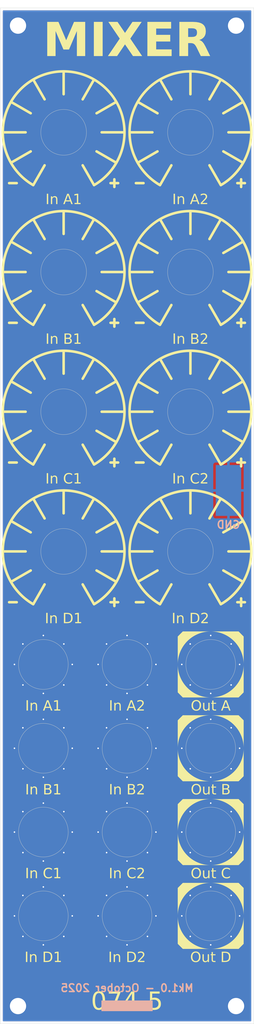
<source format=kicad_pcb>
(kicad_pcb (version 20241229) (generator "pcbnew") (generator_version "9.0")
  (title_block (title "Kosmo Format Front Panel - 5 cm") (company "DMH Instruments"))
  (layers (0 "F.Cu" signal) (2 "B.Cu" signal) (13 "F.Paste" user) (15 "B.Paste" user) (5 "F.SilkS" user "F.Silkscreen") (7 "B.SilkS" user "B.Silkscreen") (1 "F.Mask" user) (3 "B.Mask" user) (25 "Edge.Cuts" user))
  (net 0 "")
  (net 1 "GND")
  (footprint "SynthStuff:Jack_6.35mm_Cutout_v3" (layer "F.Cu") (at 58.5 192.25)
    (property "Reference" "H14")
    (property "Value" "In C1" (at 0 8.25 0) (layer "F.SilkS") (effects (font (size 2 2))))
    (fp_circle (center 0 0) (end 0 -4.9) (stroke (width 0.05)) (fill no) (layer "Edge.Cuts"))
    (pad "1" thru_hole circle (at -5.7 0) (size 0.5 0.5) (drill 0.3) (layers "*.Cu" "*.Mask") (net 1 "GND"))
    (pad "1" thru_hole circle (at -4.04 -4.03) (size 0.5 0.5) (drill 0.3) (layers "*.Cu" "*.Mask") (net 1 "GND"))
    (pad "1" thru_hole circle (at -4.03 4.04) (size 0.5 0.5) (drill 0.3) (layers "*.Cu" "*.Mask") (net 1 "GND"))
    (pad "1" thru_hole circle (at 0 -5.7) (size 0.5 0.5) (drill 0.3) (layers "*.Cu" "*.Mask") (net 1 "GND"))
    (pad "1" connect circle (at 0 0) (size 12 12) (layers "F.Cu" "F.Mask") (net 1 "GND"))
    (pad "1" connect circle (at 0 0) (size 12 12) (layers "B.Cu" "B.Mask") (net 1 "GND"))
    (pad "1" thru_hole circle (at 0 5.7) (size 0.5 0.5) (drill 0.3) (layers "*.Cu" "*.Mask") (net 1 "GND"))
    (pad "1" thru_hole circle (at 4.03 4.04) (size 0.5 0.5) (drill 0.3) (layers "*.Cu" "*.Mask") (net 1 "GND"))
    (pad "1" thru_hole circle (at 4.04 -4.03) (size 0.5 0.5) (drill 0.3) (layers "*.Cu" "*.Mask") (net 1 "GND"))
    (pad "1" thru_hole circle (at 5.7 0) (size 0.5 0.5) (drill 0.3) (layers "*.Cu" "*.Mask") (net 1 "GND"))
  )
  (footprint "SynthStuff:MountingHole_Rails" (layer "F.Cu") (at 53.5 226.5)
    (property "Reference" "H3")
    (property "Value" "MountingHole_Rails" (hide yes))
    (pad "1" thru_hole circle (at 0 0) (size 4 4) (drill 3.2) (layers "*.Cu" "*.Mask") (net 1 "GND"))
  )
  (footprint "SynthStuff:Jack_6.35mm_Cutout_Output_v6" (layer "F.Cu") (at 91.5 192.25)
    (property "Reference" "H23")
    (property "Value" "Out C" (at 0 8.25 0) (layer "F.SilkS") (effects (font (size 2 2))))
    (fp_poly (pts (xy -6.5 5.5) (arc (start -6.5 0) (mid -4.596194 4.596194) (end 0 6.5)) (xy -5.5 6.5)) (fill yes) (layer "F.SilkS"))
    (fp_poly (pts (xy -5.5 -6.5) (arc (start 0 -6.5) (mid -4.596194 -4.596194) (end -6.5 0)) (xy -6.5 -5.5)) (fill yes) (layer "F.SilkS"))
    (fp_poly (pts (xy 5.5 6.5) (arc (start 0 6.5) (mid 4.596194 4.596194) (end 6.5 0)) (xy 6.5 5.5)) (fill yes) (layer "F.SilkS"))
    (fp_poly (pts (xy 6.5 -5.5) (arc (start 6.5 0) (mid 4.596194 -4.596194) (end 0 -6.5)) (xy 5.5 -6.5)) (fill yes) (layer "F.SilkS"))
    (fp_circle (center 0 0) (end 0 -4.9) (stroke (width 0.05)) (fill no) (layer "Edge.Cuts"))
    (pad "1" thru_hole circle (at -5.7 0) (size 0.5 0.5) (drill 0.3) (layers "*.Cu" "*.Mask") (net 1 "GND"))
    (pad "1" thru_hole circle (at -4.04 -4.03) (size 0.5 0.5) (drill 0.3) (layers "*.Cu" "*.Mask") (net 1 "GND"))
    (pad "1" thru_hole circle (at -4.03 4.04) (size 0.5 0.5) (drill 0.3) (layers "*.Cu" "*.Mask") (net 1 "GND"))
    (pad "1" thru_hole circle (at 0 -5.7) (size 0.5 0.5) (drill 0.3) (layers "*.Cu" "*.Mask") (net 1 "GND"))
    (pad "1" connect circle (at 0 0) (size 12 12) (layers "F.Cu" "F.Mask") (net 1 "GND"))
    (pad "1" connect circle (at 0 0) (size 12 12) (layers "B.Cu" "B.Mask") (net 1 "GND"))
    (pad "1" thru_hole circle (at 0 5.7) (size 0.5 0.5) (drill 0.3) (layers "*.Cu" "*.Mask") (net 1 "GND"))
    (pad "1" thru_hole circle (at 4.03 4.04) (size 0.5 0.5) (drill 0.3) (layers "*.Cu" "*.Mask") (net 1 "GND"))
    (pad "1" thru_hole circle (at 4.04 -4.03) (size 0.5 0.5) (drill 0.3) (layers "*.Cu" "*.Mask") (net 1 "GND"))
    (pad "1" thru_hole circle (at 5.7 0) (size 0.5 0.5) (drill 0.3) (layers "*.Cu" "*.Mask") (net 1 "GND"))
  )
  (footprint "SynthStuff:Jack_6.35mm_Cutout_v3" (layer "F.Cu") (at 75 208.75)
    (property "Reference" "H22")
    (property "Value" "In D2" (at 0 8.25 0) (layer "F.SilkS") (effects (font (size 2 2))))
    (fp_circle (center 0 0) (end 0 -4.9) (stroke (width 0.05)) (fill no) (layer "Edge.Cuts"))
    (pad "1" thru_hole circle (at -5.7 0) (size 0.5 0.5) (drill 0.3) (layers "*.Cu" "*.Mask") (net 1 "GND"))
    (pad "1" thru_hole circle (at -4.04 -4.03) (size 0.5 0.5) (drill 0.3) (layers "*.Cu" "*.Mask") (net 1 "GND"))
    (pad "1" thru_hole circle (at -4.03 4.04) (size 0.5 0.5) (drill 0.3) (layers "*.Cu" "*.Mask") (net 1 "GND"))
    (pad "1" thru_hole circle (at 0 -5.7) (size 0.5 0.5) (drill 0.3) (layers "*.Cu" "*.Mask") (net 1 "GND"))
    (pad "1" connect circle (at 0 0) (size 12 12) (layers "F.Cu" "F.Mask") (net 1 "GND"))
    (pad "1" connect circle (at 0 0) (size 12 12) (layers "B.Cu" "B.Mask") (net 1 "GND"))
    (pad "1" thru_hole circle (at 0 5.7) (size 0.5 0.5) (drill 0.3) (layers "*.Cu" "*.Mask") (net 1 "GND"))
    (pad "1" thru_hole circle (at 4.03 4.04) (size 0.5 0.5) (drill 0.3) (layers "*.Cu" "*.Mask") (net 1 "GND"))
    (pad "1" thru_hole circle (at 4.04 -4.03) (size 0.5 0.5) (drill 0.3) (layers "*.Cu" "*.Mask") (net 1 "GND"))
    (pad "1" thru_hole circle (at 5.7 0) (size 0.5 0.5) (drill 0.3) (layers "*.Cu" "*.Mask") (net 1 "GND"))
  )
  (footprint "SynthStuff:Pot_Cutout_Tiny_attv_P110KH1" (layer "F.Cu") (at 62.5 54.5)
    (property "Reference" "H5")
    (property "Value" "In A1" (at 0 13.3 0) (layer "F.SilkS") (effects (font (size 2 2))))
    (fp_line (start -10.75 10) (end -9.25 10) (stroke (width 0.5)) (layer "F.SilkS"))
    (fp_line (start -7.499998 0) (end -12 0) (stroke (width 0.5)) (layer "F.SilkS"))
    (fp_line (start -6.49301 -3.753771) (end -10.394285 -5.996567) (stroke (width 0.5)) (layer "F.SilkS"))
    (fp_line (start -6.49301 3.753772) (end -10.394227 5.996669) (stroke (width 0.5)) (layer "F.SilkS"))
    (fp_line (start -3.753772 -6.49301) (end -5.996669 -10.394227) (stroke (width 0.5)) (layer "F.SilkS"))
    (fp_line (start -3.753771 6.49301) (end -5.996567 10.394285) (stroke (width 0.5)) (layer "F.SilkS"))
    (fp_line (start 0 -7.5) (end 0 -12) (stroke (width 0.5)) (layer "F.SilkS"))
    (fp_line (start 3.753771 -6.49301) (end 5.996567 -10.394285) (stroke (width 0.5)) (layer "F.SilkS"))
    (fp_line (start 3.753772 6.49301) (end 5.996669 10.394227) (stroke (width 0.5)) (layer "F.SilkS"))
    (fp_line (start 6.49301 -3.753772) (end 10.394227 -5.996669) (stroke (width 0.5)) (layer "F.SilkS"))
    (fp_line (start 6.49301 3.753771) (end 10.394285 5.996567) (stroke (width 0.5)) (layer "F.SilkS"))
    (fp_line (start 7.5 0) (end 12 0) (stroke (width 0.5)) (layer "F.SilkS"))
    (fp_line (start 9.25 10) (end 10.75 10) (stroke (width 0.5)) (layer "F.SilkS"))
    (fp_line (start 10 10.75) (end 10 9.25) (stroke (width 0.5)) (layer "F.SilkS"))
    (fp_arc (start -5.996567 10.394285) (mid -11.591622 -3.103914) (end 0 -11.999999) (stroke (width 0.5)) (layer "F.SilkS"))
    (fp_arc (start 0 -11.999996) (mid 11.591604 -3.103969) (end 5.996669 10.394227) (stroke (width 0.5)) (layer "F.SilkS"))
    (fp_circle (center 0 0) (end 4.5 0) (stroke (width 0.05)) (fill no) (layer "Edge.Cuts"))
    (pad "1" connect circle (at 0 0) (size 12 12) (layers "F.Cu" "F.Mask") (net 1 "GND"))
    (pad "1" connect circle (at 0 0) (size 12 12) (layers "B.Cu" "B.Mask") (net 1 "GND"))
  )
  (footprint "SynthStuff:Jack_6.35mm_Cutout_v3" (layer "F.Cu") (at 75 192.25)
    (property "Reference" "H18")
    (property "Value" "In C2" (at 0 8.25 0) (layer "F.SilkS") (effects (font (size 2 2))))
    (fp_circle (center 0 0) (end 0 -4.9) (stroke (width 0.05)) (fill no) (layer "Edge.Cuts"))
    (pad "1" thru_hole circle (at -5.7 0) (size 0.5 0.5) (drill 0.3) (layers "*.Cu" "*.Mask") (net 1 "GND"))
    (pad "1" thru_hole circle (at -4.04 -4.03) (size 0.5 0.5) (drill 0.3) (layers "*.Cu" "*.Mask") (net 1 "GND"))
    (pad "1" thru_hole circle (at -4.03 4.04) (size 0.5 0.5) (drill 0.3) (layers "*.Cu" "*.Mask") (net 1 "GND"))
    (pad "1" thru_hole circle (at 0 -5.7) (size 0.5 0.5) (drill 0.3) (layers "*.Cu" "*.Mask") (net 1 "GND"))
    (pad "1" connect circle (at 0 0) (size 12 12) (layers "F.Cu" "F.Mask") (net 1 "GND"))
    (pad "1" connect circle (at 0 0) (size 12 12) (layers "B.Cu" "B.Mask") (net 1 "GND"))
    (pad "1" thru_hole circle (at 0 5.7) (size 0.5 0.5) (drill 0.3) (layers "*.Cu" "*.Mask") (net 1 "GND"))
    (pad "1" thru_hole circle (at 4.03 4.04) (size 0.5 0.5) (drill 0.3) (layers "*.Cu" "*.Mask") (net 1 "GND"))
    (pad "1" thru_hole circle (at 4.04 -4.03) (size 0.5 0.5) (drill 0.3) (layers "*.Cu" "*.Mask") (net 1 "GND"))
    (pad "1" thru_hole circle (at 5.7 0) (size 0.5 0.5) (drill 0.3) (layers "*.Cu" "*.Mask") (net 1 "GND"))
  )
  (footprint "SynthStuff:Jack_6.35mm_Cutout_v3" (layer "F.Cu") (at 75 159.25)
    (property "Reference" "H9")
    (property "Value" "In A2" (at 0 8.25 0) (layer "F.SilkS") (effects (font (size 2 2))))
    (fp_circle (center 0 0) (end 0 -4.9) (stroke (width 0.05)) (fill no) (layer "Edge.Cuts"))
    (pad "1" thru_hole circle (at -5.7 0) (size 0.5 0.5) (drill 0.3) (layers "*.Cu" "*.Mask") (net 1 "GND"))
    (pad "1" thru_hole circle (at -4.04 -4.03) (size 0.5 0.5) (drill 0.3) (layers "*.Cu" "*.Mask") (net 1 "GND"))
    (pad "1" thru_hole circle (at -4.03 4.04) (size 0.5 0.5) (drill 0.3) (layers "*.Cu" "*.Mask") (net 1 "GND"))
    (pad "1" thru_hole circle (at 0 -5.7) (size 0.5 0.5) (drill 0.3) (layers "*.Cu" "*.Mask") (net 1 "GND"))
    (pad "1" connect circle (at 0 0) (size 12 12) (layers "F.Cu" "F.Mask") (net 1 "GND"))
    (pad "1" connect circle (at 0 0) (size 12 12) (layers "B.Cu" "B.Mask") (net 1 "GND"))
    (pad "1" thru_hole circle (at 0 5.7) (size 0.5 0.5) (drill 0.3) (layers "*.Cu" "*.Mask") (net 1 "GND"))
    (pad "1" thru_hole circle (at 4.03 4.04) (size 0.5 0.5) (drill 0.3) (layers "*.Cu" "*.Mask") (net 1 "GND"))
    (pad "1" thru_hole circle (at 4.04 -4.03) (size 0.5 0.5) (drill 0.3) (layers "*.Cu" "*.Mask") (net 1 "GND"))
    (pad "1" thru_hole circle (at 5.7 0) (size 0.5 0.5) (drill 0.3) (layers "*.Cu" "*.Mask") (net 1 "GND"))
  )
  (footprint "SynthStuff:Pot_Cutout_Tiny_attv_P110KH1" (layer "F.Cu") (at 62.5 137)
    (property "Reference" "H19")
    (property "Value" "In D1" (at 0 13.3 0) (layer "F.SilkS") (effects (font (size 2 2))))
    (fp_line (start -10.75 10) (end -9.25 10) (stroke (width 0.5)) (layer "F.SilkS"))
    (fp_line (start -7.499998 0) (end -12 0) (stroke (width 0.5)) (layer "F.SilkS"))
    (fp_line (start -6.49301 -3.753771) (end -10.394285 -5.996567) (stroke (width 0.5)) (layer "F.SilkS"))
    (fp_line (start -6.49301 3.753772) (end -10.394227 5.996669) (stroke (width 0.5)) (layer "F.SilkS"))
    (fp_line (start -3.753772 -6.49301) (end -5.996669 -10.394227) (stroke (width 0.5)) (layer "F.SilkS"))
    (fp_line (start -3.753771 6.49301) (end -5.996567 10.394285) (stroke (width 0.5)) (layer "F.SilkS"))
    (fp_line (start 0 -7.5) (end 0 -12) (stroke (width 0.5)) (layer "F.SilkS"))
    (fp_line (start 3.753771 -6.49301) (end 5.996567 -10.394285) (stroke (width 0.5)) (layer "F.SilkS"))
    (fp_line (start 3.753772 6.49301) (end 5.996669 10.394227) (stroke (width 0.5)) (layer "F.SilkS"))
    (fp_line (start 6.49301 -3.753772) (end 10.394227 -5.996669) (stroke (width 0.5)) (layer "F.SilkS"))
    (fp_line (start 6.49301 3.753771) (end 10.394285 5.996567) (stroke (width 0.5)) (layer "F.SilkS"))
    (fp_line (start 7.5 0) (end 12 0) (stroke (width 0.5)) (layer "F.SilkS"))
    (fp_line (start 9.25 10) (end 10.75 10) (stroke (width 0.5)) (layer "F.SilkS"))
    (fp_line (start 10 10.75) (end 10 9.25) (stroke (width 0.5)) (layer "F.SilkS"))
    (fp_arc (start -5.996567 10.394285) (mid -11.591622 -3.103914) (end 0 -11.999999) (stroke (width 0.5)) (layer "F.SilkS"))
    (fp_arc (start 0 -11.999996) (mid 11.591604 -3.103969) (end 5.996669 10.394227) (stroke (width 0.5)) (layer "F.SilkS"))
    (fp_circle (center 0 0) (end 4.5 0) (stroke (width 0.05)) (fill no) (layer "Edge.Cuts"))
    (pad "1" connect circle (at 0 0) (size 12 12) (layers "F.Cu" "F.Mask") (net 1 "GND"))
    (pad "1" connect circle (at 0 0) (size 12 12) (layers "B.Cu" "B.Mask") (net 1 "GND"))
  )
  (footprint "SynthStuff:Jack_6.35mm_Cutout_Output_v6" (layer "F.Cu") (at 91.5 159.25)
    (property "Reference" "H11")
    (property "Value" "Out A" (at 0 8.25 0) (layer "F.SilkS") (effects (font (size 2 2))))
    (fp_poly (pts (xy -6.5 5.5) (arc (start -6.5 0) (mid -4.596194 4.596194) (end 0 6.5)) (xy -5.5 6.5)) (fill yes) (layer "F.SilkS"))
    (fp_poly (pts (xy -5.5 -6.5) (arc (start 0 -6.5) (mid -4.596194 -4.596194) (end -6.5 0)) (xy -6.5 -5.5)) (fill yes) (layer "F.SilkS"))
    (fp_poly (pts (xy 5.5 6.5) (arc (start 0 6.5) (mid 4.596194 4.596194) (end 6.5 0)) (xy 6.5 5.5)) (fill yes) (layer "F.SilkS"))
    (fp_poly (pts (xy 6.5 -5.5) (arc (start 6.5 0) (mid 4.596194 -4.596194) (end 0 -6.5)) (xy 5.5 -6.5)) (fill yes) (layer "F.SilkS"))
    (fp_circle (center 0 0) (end 0 -4.9) (stroke (width 0.05)) (fill no) (layer "Edge.Cuts"))
    (pad "1" thru_hole circle (at -5.7 0) (size 0.5 0.5) (drill 0.3) (layers "*.Cu" "*.Mask") (net 1 "GND"))
    (pad "1" thru_hole circle (at -4.04 -4.03) (size 0.5 0.5) (drill 0.3) (layers "*.Cu" "*.Mask") (net 1 "GND"))
    (pad "1" thru_hole circle (at -4.03 4.04) (size 0.5 0.5) (drill 0.3) (layers "*.Cu" "*.Mask") (net 1 "GND"))
    (pad "1" thru_hole circle (at 0 -5.7) (size 0.5 0.5) (drill 0.3) (layers "*.Cu" "*.Mask") (net 1 "GND"))
    (pad "1" connect circle (at 0 0) (size 12 12) (layers "F.Cu" "F.Mask") (net 1 "GND"))
    (pad "1" connect circle (at 0 0) (size 12 12) (layers "B.Cu" "B.Mask") (net 1 "GND"))
    (pad "1" thru_hole circle (at 0 5.7) (size 0.5 0.5) (drill 0.3) (layers "*.Cu" "*.Mask") (net 1 "GND"))
    (pad "1" thru_hole circle (at 4.03 4.04) (size 0.5 0.5) (drill 0.3) (layers "*.Cu" "*.Mask") (net 1 "GND"))
    (pad "1" thru_hole circle (at 4.04 -4.03) (size 0.5 0.5) (drill 0.3) (layers "*.Cu" "*.Mask") (net 1 "GND"))
    (pad "1" thru_hole circle (at 5.7 0) (size 0.5 0.5) (drill 0.3) (layers "*.Cu" "*.Mask") (net 1 "GND"))
  )
  (footprint "SynthStuff:Jack_6.35mm_Cutout_v3" (layer "F.Cu") (at 75 175.75)
    (property "Reference" "H17")
    (property "Value" "In B2" (at 0 8.25 0) (layer "F.SilkS") (effects (font (size 2 2))))
    (fp_circle (center 0 0) (end 0 -4.9) (stroke (width 0.05)) (fill no) (layer "Edge.Cuts"))
    (pad "1" thru_hole circle (at -5.7 0) (size 0.5 0.5) (drill 0.3) (layers "*.Cu" "*.Mask") (net 1 "GND"))
    (pad "1" thru_hole circle (at -4.04 -4.03) (size 0.5 0.5) (drill 0.3) (layers "*.Cu" "*.Mask") (net 1 "GND"))
    (pad "1" thru_hole circle (at -4.03 4.04) (size 0.5 0.5) (drill 0.3) (layers "*.Cu" "*.Mask") (net 1 "GND"))
    (pad "1" thru_hole circle (at 0 -5.7) (size 0.5 0.5) (drill 0.3) (layers "*.Cu" "*.Mask") (net 1 "GND"))
    (pad "1" connect circle (at 0 0) (size 12 12) (layers "F.Cu" "F.Mask") (net 1 "GND"))
    (pad "1" connect circle (at 0 0) (size 12 12) (layers "B.Cu" "B.Mask") (net 1 "GND"))
    (pad "1" thru_hole circle (at 0 5.7) (size 0.5 0.5) (drill 0.3) (layers "*.Cu" "*.Mask") (net 1 "GND"))
    (pad "1" thru_hole circle (at 4.03 4.04) (size 0.5 0.5) (drill 0.3) (layers "*.Cu" "*.Mask") (net 1 "GND"))
    (pad "1" thru_hole circle (at 4.04 -4.03) (size 0.5 0.5) (drill 0.3) (layers "*.Cu" "*.Mask") (net 1 "GND"))
    (pad "1" thru_hole circle (at 5.7 0) (size 0.5 0.5) (drill 0.3) (layers "*.Cu" "*.Mask") (net 1 "GND"))
  )
  (footprint "SynthStuff:Jack_6.35mm_Cutout_v3" (layer "F.Cu") (at 58.5 208.75)
    (property "Reference" "H21")
    (property "Value" "In D1" (at 0 8.25 0) (layer "F.SilkS") (effects (font (size 2 2))))
    (fp_circle (center 0 0) (end 0 -4.9) (stroke (width 0.05)) (fill no) (layer "Edge.Cuts"))
    (pad "1" thru_hole circle (at -5.7 0) (size 0.5 0.5) (drill 0.3) (layers "*.Cu" "*.Mask") (net 1 "GND"))
    (pad "1" thru_hole circle (at -4.04 -4.03) (size 0.5 0.5) (drill 0.3) (layers "*.Cu" "*.Mask") (net 1 "GND"))
    (pad "1" thru_hole circle (at -4.03 4.04) (size 0.5 0.5) (drill 0.3) (layers "*.Cu" "*.Mask") (net 1 "GND"))
    (pad "1" thru_hole circle (at 0 -5.7) (size 0.5 0.5) (drill 0.3) (layers "*.Cu" "*.Mask") (net 1 "GND"))
    (pad "1" connect circle (at 0 0) (size 12 12) (layers "F.Cu" "F.Mask") (net 1 "GND"))
    (pad "1" connect circle (at 0 0) (size 12 12) (layers "B.Cu" "B.Mask") (net 1 "GND"))
    (pad "1" thru_hole circle (at 0 5.7) (size 0.5 0.5) (drill 0.3) (layers "*.Cu" "*.Mask") (net 1 "GND"))
    (pad "1" thru_hole circle (at 4.03 4.04) (size 0.5 0.5) (drill 0.3) (layers "*.Cu" "*.Mask") (net 1 "GND"))
    (pad "1" thru_hole circle (at 4.04 -4.03) (size 0.5 0.5) (drill 0.3) (layers "*.Cu" "*.Mask") (net 1 "GND"))
    (pad "1" thru_hole circle (at 5.7 0) (size 0.5 0.5) (drill 0.3) (layers "*.Cu" "*.Mask") (net 1 "GND"))
  )
  (footprint "SynthStuff:Jack_6.35mm_Cutout_Output_v6" (layer "F.Cu") (at 91.5 208.75)
    (property "Reference" "H24")
    (property "Value" "Out D" (at 0 8.25 0) (layer "F.SilkS") (effects (font (size 2 2))))
    (fp_poly (pts (xy -6.5 5.5) (arc (start -6.5 0) (mid -4.596194 4.596194) (end 0 6.5)) (xy -5.5 6.5)) (fill yes) (layer "F.SilkS"))
    (fp_poly (pts (xy -5.5 -6.5) (arc (start 0 -6.5) (mid -4.596194 -4.596194) (end -6.5 0)) (xy -6.5 -5.5)) (fill yes) (layer "F.SilkS"))
    (fp_poly (pts (xy 5.5 6.5) (arc (start 0 6.5) (mid 4.596194 4.596194) (end 6.5 0)) (xy 6.5 5.5)) (fill yes) (layer "F.SilkS"))
    (fp_poly (pts (xy 6.5 -5.5) (arc (start 6.5 0) (mid 4.596194 -4.596194) (end 0 -6.5)) (xy 5.5 -6.5)) (fill yes) (layer "F.SilkS"))
    (fp_circle (center 0 0) (end 0 -4.9) (stroke (width 0.05)) (fill no) (layer "Edge.Cuts"))
    (pad "1" thru_hole circle (at -5.7 0) (size 0.5 0.5) (drill 0.3) (layers "*.Cu" "*.Mask") (net 1 "GND"))
    (pad "1" thru_hole circle (at -4.04 -4.03) (size 0.5 0.5) (drill 0.3) (layers "*.Cu" "*.Mask") (net 1 "GND"))
    (pad "1" thru_hole circle (at -4.03 4.04) (size 0.5 0.5) (drill 0.3) (layers "*.Cu" "*.Mask") (net 1 "GND"))
    (pad "1" thru_hole circle (at 0 -5.7) (size 0.5 0.5) (drill 0.3) (layers "*.Cu" "*.Mask") (net 1 "GND"))
    (pad "1" connect circle (at 0 0) (size 12 12) (layers "F.Cu" "F.Mask") (net 1 "GND"))
    (pad "1" connect circle (at 0 0) (size 12 12) (layers "B.Cu" "B.Mask") (net 1 "GND"))
    (pad "1" thru_hole circle (at 0 5.7) (size 0.5 0.5) (drill 0.3) (layers "*.Cu" "*.Mask") (net 1 "GND"))
    (pad "1" thru_hole circle (at 4.03 4.04) (size 0.5 0.5) (drill 0.3) (layers "*.Cu" "*.Mask") (net 1 "GND"))
    (pad "1" thru_hole circle (at 4.04 -4.03) (size 0.5 0.5) (drill 0.3) (layers "*.Cu" "*.Mask") (net 1 "GND"))
    (pad "1" thru_hole circle (at 5.7 0) (size 0.5 0.5) (drill 0.3) (layers "*.Cu" "*.Mask") (net 1 "GND"))
  )
  (footprint "SynthStuff:Jack_6.35mm_Cutout_v3" (layer "F.Cu") (at 58.5 175.75)
    (property "Reference" "H15")
    (property "Value" "In B1" (at 0 8.25 0) (layer "F.SilkS") (effects (font (size 2 2))))
    (fp_circle (center 0 0) (end 0 -4.9) (stroke (width 0.05)) (fill no) (layer "Edge.Cuts"))
    (pad "1" thru_hole circle (at -5.7 0) (size 0.5 0.5) (drill 0.3) (layers "*.Cu" "*.Mask") (net 1 "GND"))
    (pad "1" thru_hole circle (at -4.04 -4.03) (size 0.5 0.5) (drill 0.3) (layers "*.Cu" "*.Mask") (net 1 "GND"))
    (pad "1" thru_hole circle (at -4.03 4.04) (size 0.5 0.5) (drill 0.3) (layers "*.Cu" "*.Mask") (net 1 "GND"))
    (pad "1" thru_hole circle (at 0 -5.7) (size 0.5 0.5) (drill 0.3) (layers "*.Cu" "*.Mask") (net 1 "GND"))
    (pad "1" connect circle (at 0 0) (size 12 12) (layers "F.Cu" "F.Mask") (net 1 "GND"))
    (pad "1" connect circle (at 0 0) (size 12 12) (layers "B.Cu" "B.Mask") (net 1 "GND"))
    (pad "1" thru_hole circle (at 0 5.7) (size 0.5 0.5) (drill 0.3) (layers "*.Cu" "*.Mask") (net 1 "GND"))
    (pad "1" thru_hole circle (at 4.03 4.04) (size 0.5 0.5) (drill 0.3) (layers "*.Cu" "*.Mask") (net 1 "GND"))
    (pad "1" thru_hole circle (at 4.04 -4.03) (size 0.5 0.5) (drill 0.3) (layers "*.Cu" "*.Mask") (net 1 "GND"))
    (pad "1" thru_hole circle (at 5.7 0) (size 0.5 0.5) (drill 0.3) (layers "*.Cu" "*.Mask") (net 1 "GND"))
  )
  (footprint "SynthStuff:Pot_Cutout_Tiny_attv_P110KH1" (layer "F.Cu") (at 62.5 82)
    (property "Reference" "H12")
    (property "Value" "In B1" (at 0 13.3 0) (layer "F.SilkS") (effects (font (size 2 2))))
    (fp_line (start -10.75 10) (end -9.25 10) (stroke (width 0.5)) (layer "F.SilkS"))
    (fp_line (start -7.499998 0) (end -12 0) (stroke (width 0.5)) (layer "F.SilkS"))
    (fp_line (start -6.49301 -3.753771) (end -10.394285 -5.996567) (stroke (width 0.5)) (layer "F.SilkS"))
    (fp_line (start -6.49301 3.753772) (end -10.394227 5.996669) (stroke (width 0.5)) (layer "F.SilkS"))
    (fp_line (start -3.753772 -6.49301) (end -5.996669 -10.394227) (stroke (width 0.5)) (layer "F.SilkS"))
    (fp_line (start -3.753771 6.49301) (end -5.996567 10.394285) (stroke (width 0.5)) (layer "F.SilkS"))
    (fp_line (start 0 -7.5) (end 0 -12) (stroke (width 0.5)) (layer "F.SilkS"))
    (fp_line (start 3.753771 -6.49301) (end 5.996567 -10.394285) (stroke (width 0.5)) (layer "F.SilkS"))
    (fp_line (start 3.753772 6.49301) (end 5.996669 10.394227) (stroke (width 0.5)) (layer "F.SilkS"))
    (fp_line (start 6.49301 -3.753772) (end 10.394227 -5.996669) (stroke (width 0.5)) (layer "F.SilkS"))
    (fp_line (start 6.49301 3.753771) (end 10.394285 5.996567) (stroke (width 0.5)) (layer "F.SilkS"))
    (fp_line (start 7.5 0) (end 12 0) (stroke (width 0.5)) (layer "F.SilkS"))
    (fp_line (start 9.25 10) (end 10.75 10) (stroke (width 0.5)) (layer "F.SilkS"))
    (fp_line (start 10 10.75) (end 10 9.25) (stroke (width 0.5)) (layer "F.SilkS"))
    (fp_arc (start -5.996567 10.394285) (mid -11.591622 -3.103914) (end 0 -11.999999) (stroke (width 0.5)) (layer "F.SilkS"))
    (fp_arc (start 0 -11.999996) (mid 11.591604 -3.103969) (end 5.996669 10.394227) (stroke (width 0.5)) (layer "F.SilkS"))
    (fp_circle (center 0 0) (end 4.5 0) (stroke (width 0.05)) (fill no) (layer "Edge.Cuts"))
    (pad "1" connect circle (at 0 0) (size 12 12) (layers "F.Cu" "F.Mask") (net 1 "GND"))
    (pad "1" connect circle (at 0 0) (size 12 12) (layers "B.Cu" "B.Mask") (net 1 "GND"))
  )
  (footprint "SynthStuff:Pot_Cutout_Tiny_attv_P110KH1" (layer "F.Cu") (at 62.5 109.5)
    (property "Reference" "H7")
    (property "Value" "In C1" (at 0 13.3 0) (layer "F.SilkS") (effects (font (size 2 2))))
    (fp_line (start -10.75 10) (end -9.25 10) (stroke (width 0.5)) (layer "F.SilkS"))
    (fp_line (start -7.499998 0) (end -12 0) (stroke (width 0.5)) (layer "F.SilkS"))
    (fp_line (start -6.49301 -3.753771) (end -10.394285 -5.996567) (stroke (width 0.5)) (layer "F.SilkS"))
    (fp_line (start -6.49301 3.753772) (end -10.394227 5.996669) (stroke (width 0.5)) (layer "F.SilkS"))
    (fp_line (start -3.753772 -6.49301) (end -5.996669 -10.394227) (stroke (width 0.5)) (layer "F.SilkS"))
    (fp_line (start -3.753771 6.49301) (end -5.996567 10.394285) (stroke (width 0.5)) (layer "F.SilkS"))
    (fp_line (start 0 -7.5) (end 0 -12) (stroke (width 0.5)) (layer "F.SilkS"))
    (fp_line (start 3.753771 -6.49301) (end 5.996567 -10.394285) (stroke (width 0.5)) (layer "F.SilkS"))
    (fp_line (start 3.753772 6.49301) (end 5.996669 10.394227) (stroke (width 0.5)) (layer "F.SilkS"))
    (fp_line (start 6.49301 -3.753772) (end 10.394227 -5.996669) (stroke (width 0.5)) (layer "F.SilkS"))
    (fp_line (start 6.49301 3.753771) (end 10.394285 5.996567) (stroke (width 0.5)) (layer "F.SilkS"))
    (fp_line (start 7.5 0) (end 12 0) (stroke (width 0.5)) (layer "F.SilkS"))
    (fp_line (start 9.25 10) (end 10.75 10) (stroke (width 0.5)) (layer "F.SilkS"))
    (fp_line (start 10 10.75) (end 10 9.25) (stroke (width 0.5)) (layer "F.SilkS"))
    (fp_arc (start -5.996567 10.394285) (mid -11.591622 -3.103914) (end 0 -11.999999) (stroke (width 0.5)) (layer "F.SilkS"))
    (fp_arc (start 0 -11.999996) (mid 11.591604 -3.103969) (end 5.996669 10.394227) (stroke (width 0.5)) (layer "F.SilkS"))
    (fp_circle (center 0 0) (end 4.5 0) (stroke (width 0.05)) (fill no) (layer "Edge.Cuts"))
    (pad "1" connect circle (at 0 0) (size 12 12) (layers "F.Cu" "F.Mask") (net 1 "GND"))
    (pad "1" connect circle (at 0 0) (size 12 12) (layers "B.Cu" "B.Mask") (net 1 "GND"))
  )
  (footprint "SynthStuff:MountingHole_Rails" (layer "F.Cu") (at 96.5 33.5)
    (property "Reference" "H2")
    (property "Value" "MountingHole_Rails" (hide yes))
    (pad "1" thru_hole circle (at 0 0) (size 4 4) (drill 3.2) (layers "*.Cu" "*.Mask") (net 1 "GND"))
  )
  (footprint "SynthStuff:MountingHole_Rails" (layer "F.Cu") (at 96.5 226.5)
    (property "Reference" "H4")
    (property "Value" "MountingHole_Rails" (hide yes))
    (pad "1" thru_hole circle (at 0 0) (size 4 4) (drill 3.2) (layers "*.Cu" "*.Mask") (net 1 "GND"))
  )
  (footprint "SynthStuff:Jack_6.35mm_Cutout_v3" (layer "F.Cu") (at 58.5 159.25)
    (property "Reference" "H8")
    (property "Value" "In A1" (at 0 8.25 0) (layer "F.SilkS") (effects (font (size 2 2))))
    (fp_circle (center 0 0) (end 0 -4.9) (stroke (width 0.05)) (fill no) (layer "Edge.Cuts"))
    (pad "1" thru_hole circle (at -5.7 0) (size 0.5 0.5) (drill 0.3) (layers "*.Cu" "*.Mask") (net 1 "GND"))
    (pad "1" thru_hole circle (at -4.04 -4.03) (size 0.5 0.5) (drill 0.3) (layers "*.Cu" "*.Mask") (net 1 "GND"))
    (pad "1" thru_hole circle (at -4.03 4.04) (size 0.5 0.5) (drill 0.3) (layers "*.Cu" "*.Mask") (net 1 "GND"))
    (pad "1" thru_hole circle (at 0 -5.7) (size 0.5 0.5) (drill 0.3) (layers "*.Cu" "*.Mask") (net 1 "GND"))
    (pad "1" connect circle (at 0 0) (size 12 12) (layers "F.Cu" "F.Mask") (net 1 "GND"))
    (pad "1" connect circle (at 0 0) (size 12 12) (layers "B.Cu" "B.Mask") (net 1 "GND"))
    (pad "1" thru_hole circle (at 0 5.7) (size 0.5 0.5) (drill 0.3) (layers "*.Cu" "*.Mask") (net 1 "GND"))
    (pad "1" thru_hole circle (at 4.03 4.04) (size 0.5 0.5) (drill 0.3) (layers "*.Cu" "*.Mask") (net 1 "GND"))
    (pad "1" thru_hole circle (at 4.04 -4.03) (size 0.5 0.5) (drill 0.3) (layers "*.Cu" "*.Mask") (net 1 "GND"))
    (pad "1" thru_hole circle (at 5.7 0) (size 0.5 0.5) (drill 0.3) (layers "*.Cu" "*.Mask") (net 1 "GND"))
  )
  (footprint "SynthStuff:Pot_Cutout_Tiny_attv_P110KH1" (layer "F.Cu") (at 87.5 137)
    (property "Reference" "H20")
    (property "Value" "In D2" (at 0 13.3 0) (layer "F.SilkS") (effects (font (size 2 2))))
    (fp_line (start -10.75 10) (end -9.25 10) (stroke (width 0.5)) (layer "F.SilkS"))
    (fp_line (start -7.499998 0) (end -12 0) (stroke (width 0.5)) (layer "F.SilkS"))
    (fp_line (start -6.49301 -3.753771) (end -10.394285 -5.996567) (stroke (width 0.5)) (layer "F.SilkS"))
    (fp_line (start -6.49301 3.753772) (end -10.394227 5.996669) (stroke (width 0.5)) (layer "F.SilkS"))
    (fp_line (start -3.753772 -6.49301) (end -5.996669 -10.394227) (stroke (width 0.5)) (layer "F.SilkS"))
    (fp_line (start -3.753771 6.49301) (end -5.996567 10.394285) (stroke (width 0.5)) (layer "F.SilkS"))
    (fp_line (start 0 -7.5) (end 0 -12) (stroke (width 0.5)) (layer "F.SilkS"))
    (fp_line (start 3.753771 -6.49301) (end 5.996567 -10.394285) (stroke (width 0.5)) (layer "F.SilkS"))
    (fp_line (start 3.753772 6.49301) (end 5.996669 10.394227) (stroke (width 0.5)) (layer "F.SilkS"))
    (fp_line (start 6.49301 -3.753772) (end 10.394227 -5.996669) (stroke (width 0.5)) (layer "F.SilkS"))
    (fp_line (start 6.49301 3.753771) (end 10.394285 5.996567) (stroke (width 0.5)) (layer "F.SilkS"))
    (fp_line (start 7.5 0) (end 12 0) (stroke (width 0.5)) (layer "F.SilkS"))
    (fp_line (start 9.25 10) (end 10.75 10) (stroke (width 0.5)) (layer "F.SilkS"))
    (fp_line (start 10 10.75) (end 10 9.25) (stroke (width 0.5)) (layer "F.SilkS"))
    (fp_arc (start -5.996567 10.394285) (mid -11.591622 -3.103914) (end 0 -11.999999) (stroke (width 0.5)) (layer "F.SilkS"))
    (fp_arc (start 0 -11.999996) (mid 11.591604 -3.103969) (end 5.996669 10.394227) (stroke (width 0.5)) (layer "F.SilkS"))
    (fp_circle (center 0 0) (end 4.5 0) (stroke (width 0.05)) (fill no) (layer "Edge.Cuts"))
    (pad "1" connect circle (at 0 0) (size 12 12) (layers "F.Cu" "F.Mask") (net 1 "GND"))
    (pad "1" connect circle (at 0 0) (size 12 12) (layers "B.Cu" "B.Mask") (net 1 "GND"))
  )
  (footprint "SynthStuff:Pot_Cutout_Tiny_attv_P110KH1" (layer "F.Cu") (at 87.5 54.5)
    (property "Reference" "H6")
    (property "Value" "In A2" (at 0 13.3 0) (layer "F.SilkS") (effects (font (size 2 2))))
    (fp_line (start -10.75 10) (end -9.25 10) (stroke (width 0.5)) (layer "F.SilkS"))
    (fp_line (start -7.499998 0) (end -12 0) (stroke (width 0.5)) (layer "F.SilkS"))
    (fp_line (start -6.49301 -3.753771) (end -10.394285 -5.996567) (stroke (width 0.5)) (layer "F.SilkS"))
    (fp_line (start -6.49301 3.753772) (end -10.394227 5.996669) (stroke (width 0.5)) (layer "F.SilkS"))
    (fp_line (start -3.753772 -6.49301) (end -5.996669 -10.394227) (stroke (width 0.5)) (layer "F.SilkS"))
    (fp_line (start -3.753771 6.49301) (end -5.996567 10.394285) (stroke (width 0.5)) (layer "F.SilkS"))
    (fp_line (start 0 -7.5) (end 0 -12) (stroke (width 0.5)) (layer "F.SilkS"))
    (fp_line (start 3.753771 -6.49301) (end 5.996567 -10.394285) (stroke (width 0.5)) (layer "F.SilkS"))
    (fp_line (start 3.753772 6.49301) (end 5.996669 10.394227) (stroke (width 0.5)) (layer "F.SilkS"))
    (fp_line (start 6.49301 -3.753772) (end 10.394227 -5.996669) (stroke (width 0.5)) (layer "F.SilkS"))
    (fp_line (start 6.49301 3.753771) (end 10.394285 5.996567) (stroke (width 0.5)) (layer "F.SilkS"))
    (fp_line (start 7.5 0) (end 12 0) (stroke (width 0.5)) (layer "F.SilkS"))
    (fp_line (start 9.25 10) (end 10.75 10) (stroke (width 0.5)) (layer "F.SilkS"))
    (fp_line (start 10 10.75) (end 10 9.25) (stroke (width 0.5)) (layer "F.SilkS"))
    (fp_arc (start -5.996567 10.394285) (mid -11.591622 -3.103914) (end 0 -11.999999) (stroke (width 0.5)) (layer "F.SilkS"))
    (fp_arc (start 0 -11.999996) (mid 11.591604 -3.103969) (end 5.996669 10.394227) (stroke (width 0.5)) (layer "F.SilkS"))
    (fp_circle (center 0 0) (end 4.5 0) (stroke (width 0.05)) (fill no) (layer "Edge.Cuts"))
    (pad "1" connect circle (at 0 0) (size 12 12) (layers "F.Cu" "F.Mask") (net 1 "GND"))
    (pad "1" connect circle (at 0 0) (size 12 12) (layers "B.Cu" "B.Mask") (net 1 "GND"))
  )
  (footprint "SynthStuff:Pot_Cutout_Tiny_attv_P110KH1" (layer "F.Cu") (at 87.5 82)
    (property "Reference" "H13")
    (property "Value" "In B2" (at 0 13.3 0) (layer "F.SilkS") (effects (font (size 2 2))))
    (fp_line (start -10.75 10) (end -9.25 10) (stroke (width 0.5)) (layer "F.SilkS"))
    (fp_line (start -7.499998 0) (end -12 0) (stroke (width 0.5)) (layer "F.SilkS"))
    (fp_line (start -6.49301 -3.753771) (end -10.394285 -5.996567) (stroke (width 0.5)) (layer "F.SilkS"))
    (fp_line (start -6.49301 3.753772) (end -10.394227 5.996669) (stroke (width 0.5)) (layer "F.SilkS"))
    (fp_line (start -3.753772 -6.49301) (end -5.996669 -10.394227) (stroke (width 0.5)) (layer "F.SilkS"))
    (fp_line (start -3.753771 6.49301) (end -5.996567 10.394285) (stroke (width 0.5)) (layer "F.SilkS"))
    (fp_line (start 0 -7.5) (end 0 -12) (stroke (width 0.5)) (layer "F.SilkS"))
    (fp_line (start 3.753771 -6.49301) (end 5.996567 -10.394285) (stroke (width 0.5)) (layer "F.SilkS"))
    (fp_line (start 3.753772 6.49301) (end 5.996669 10.394227) (stroke (width 0.5)) (layer "F.SilkS"))
    (fp_line (start 6.49301 -3.753772) (end 10.394227 -5.996669) (stroke (width 0.5)) (layer "F.SilkS"))
    (fp_line (start 6.49301 3.753771) (end 10.394285 5.996567) (stroke (width 0.5)) (layer "F.SilkS"))
    (fp_line (start 7.5 0) (end 12 0) (stroke (width 0.5)) (layer "F.SilkS"))
    (fp_line (start 9.25 10) (end 10.75 10) (stroke (width 0.5)) (layer "F.SilkS"))
    (fp_line (start 10 10.75) (end 10 9.25) (stroke (width 0.5)) (layer "F.SilkS"))
    (fp_arc (start -5.996567 10.394285) (mid -11.591622 -3.103914) (end 0 -11.999999) (stroke (width 0.5)) (layer "F.SilkS"))
    (fp_arc (start 0 -11.999996) (mid 11.591604 -3.103969) (end 5.996669 10.394227) (stroke (width 0.5)) (layer "F.SilkS"))
    (fp_circle (center 0 0) (end 4.5 0) (stroke (width 0.05)) (fill no) (layer "Edge.Cuts"))
    (pad "1" connect circle (at 0 0) (size 12 12) (layers "F.Cu" "F.Mask") (net 1 "GND"))
    (pad "1" connect circle (at 0 0) (size 12 12) (layers "B.Cu" "B.Mask") (net 1 "GND"))
  )
  (footprint "SynthStuff:MountingHole_Rails" (layer "F.Cu") (at 53.5 33.5)
    (property "Reference" "H1")
    (property "Value" "MountingHole_Rails" (hide yes))
    (pad "1" thru_hole circle (at 0 0) (size 4 4) (drill 3.2) (layers "*.Cu" "*.Mask") (net 1 "GND"))
  )
  (footprint "SynthStuff:Pot_Cutout_Tiny_attv_P110KH1" (layer "F.Cu") (at 87.5 109.5)
    (property "Reference" "H10")
    (property "Value" "In C2" (at 0 13.3 0) (layer "F.SilkS") (effects (font (size 2 2))))
    (fp_line (start -10.75 10) (end -9.25 10) (stroke (width 0.5)) (layer "F.SilkS"))
    (fp_line (start -7.499998 0) (end -12 0) (stroke (width 0.5)) (layer "F.SilkS"))
    (fp_line (start -6.49301 -3.753771) (end -10.394285 -5.996567) (stroke (width 0.5)) (layer "F.SilkS"))
    (fp_line (start -6.49301 3.753772) (end -10.394227 5.996669) (stroke (width 0.5)) (layer "F.SilkS"))
    (fp_line (start -3.753772 -6.49301) (end -5.996669 -10.394227) (stroke (width 0.5)) (layer "F.SilkS"))
    (fp_line (start -3.753771 6.49301) (end -5.996567 10.394285) (stroke (width 0.5)) (layer "F.SilkS"))
    (fp_line (start 0 -7.5) (end 0 -12) (stroke (width 0.5)) (layer "F.SilkS"))
    (fp_line (start 3.753771 -6.49301) (end 5.996567 -10.394285) (stroke (width 0.5)) (layer "F.SilkS"))
    (fp_line (start 3.753772 6.49301) (end 5.996669 10.394227) (stroke (width 0.5)) (layer "F.SilkS"))
    (fp_line (start 6.49301 -3.753772) (end 10.394227 -5.996669) (stroke (width 0.5)) (layer "F.SilkS"))
    (fp_line (start 6.49301 3.753771) (end 10.394285 5.996567) (stroke (width 0.5)) (layer "F.SilkS"))
    (fp_line (start 7.5 0) (end 12 0) (stroke (width 0.5)) (layer "F.SilkS"))
    (fp_line (start 9.25 10) (end 10.75 10) (stroke (width 0.5)) (layer "F.SilkS"))
    (fp_line (start 10 10.75) (end 10 9.25) (stroke (width 0.5)) (layer "F.SilkS"))
    (fp_arc (start -5.996567 10.394285) (mid -11.591622 -3.103914) (end 0 -11.999999) (stroke (width 0.5)) (layer "F.SilkS"))
    (fp_arc (start 0 -11.999996) (mid 11.591604 -3.103969) (end 5.996669 10.394227) (stroke (width 0.5)) (layer "F.SilkS"))
    (fp_circle (center 0 0) (end 4.5 0) (stroke (width 0.05)) (fill no) (layer "Edge.Cuts"))
    (pad "1" connect circle (at 0 0) (size 12 12) (layers "F.Cu" "F.Mask") (net 1 "GND"))
    (pad "1" connect circle (at 0 0) (size 12 12) (layers "B.Cu" "B.Mask") (net 1 "GND"))
  )
  (footprint "SynthStuff:Jack_6.35mm_Cutout_Output_v6" (layer "F.Cu") (at 91.5 175.75)
    (property "Reference" "H16")
    (property "Value" "Out B" (at 0 8.25 0) (layer "F.SilkS") (effects (font (size 2 2))))
    (fp_poly (pts (xy -6.5 5.5) (arc (start -6.5 0) (mid -4.596194 4.596194) (end 0 6.5)) (xy -5.5 6.5)) (fill yes) (layer "F.SilkS"))
    (fp_poly (pts (xy -5.5 -6.5) (arc (start 0 -6.5) (mid -4.596194 -4.596194) (end -6.5 0)) (xy -6.5 -5.5)) (fill yes) (layer "F.SilkS"))
    (fp_poly (pts (xy 5.5 6.5) (arc (start 0 6.5) (mid 4.596194 4.596194) (end 6.5 0)) (xy 6.5 5.5)) (fill yes) (layer "F.SilkS"))
    (fp_poly (pts (xy 6.5 -5.5) (arc (start 6.5 0) (mid 4.596194 -4.596194) (end 0 -6.5)) (xy 5.5 -6.5)) (fill yes) (layer "F.SilkS"))
    (fp_circle (center 0 0) (end 0 -4.9) (stroke (width 0.05)) (fill no) (layer "Edge.Cuts"))
    (pad "1" thru_hole circle (at -5.7 0) (size 0.5 0.5) (drill 0.3) (layers "*.Cu" "*.Mask") (net 1 "GND"))
    (pad "1" thru_hole circle (at -4.04 -4.03) (size 0.5 0.5) (drill 0.3) (layers "*.Cu" "*.Mask") (net 1 "GND"))
    (pad "1" thru_hole circle (at -4.03 4.04) (size 0.5 0.5) (drill 0.3) (layers "*.Cu" "*.Mask") (net 1 "GND"))
    (pad "1" thru_hole circle (at 0 -5.7) (size 0.5 0.5) (drill 0.3) (layers "*.Cu" "*.Mask") (net 1 "GND"))
    (pad "1" connect circle (at 0 0) (size 12 12) (layers "F.Cu" "F.Mask") (net 1 "GND"))
    (pad "1" connect circle (at 0 0) (size 12 12) (layers "B.Cu" "B.Mask") (net 1 "GND"))
    (pad "1" thru_hole circle (at 0 5.7) (size 0.5 0.5) (drill 0.3) (layers "*.Cu" "*.Mask") (net 1 "GND"))
    (pad "1" thru_hole circle (at 4.03 4.04) (size 0.5 0.5) (drill 0.3) (layers "*.Cu" "*.Mask") (net 1 "GND"))
    (pad "1" thru_hole circle (at 4.04 -4.03) (size 0.5 0.5) (drill 0.3) (layers "*.Cu" "*.Mask") (net 1 "GND"))
    (pad "1" thru_hole circle (at 5.7 0) (size 0.5 0.5) (drill 0.3) (layers "*.Cu" "*.Mask") (net 1 "GND"))
  )
  (footprint "SynthStuff:Panel_GND_SolderWirePad_5x10mm" (layer "B.Cu") (at 95 125 180)
    (property "Reference" "J0" (hide yes))
    (property "Value" "Panel_GND_Solder_Wire_Pad" (hide yes))
    (property "Function" "GND" (at 0 -6.75 0) (layer "B.SilkS") (effects (font (size 1.5 1.5) (thickness 0.3) (bold yes)) (justify mirror)))
    (pad "1" smd rect (at 0 0 180) (size 5 10) (layers "B.Cu" "B.Mask" "B.Paste") (net 1 "GND"))
  )
  (gr_rect (start 70 225.45) (end 80 227.45) (stroke (width 0.1)) (fill yes) (layer "B.SilkS"))
  (gr_rect (start 50 30) (end 100 230) (stroke (width 0.05)) (fill no) (layer "Edge.Cuts"))
  (gr_text "MIXER" (at 75 36.75 0) (layer "F.SilkS") (effects (font (size 6.6 6.6) (thickness 0.8) (bold yes))))
  (gr_text "074-5" (at 75 225.75 0) (layer "F.SilkS") (effects (font (size 3.5 3.5) (thickness 0.875))))
  (gr_text "Mk1.0 - October 2025" (at 75 222.95 0) (layer "B.SilkS") (effects (font (size 1.5 1.5) (thickness 0.3) (bold yes)) (justify mirror)))
  (zone (net 1) (net_name "GND") (layers "F.Cu" "B.Cu") (name "GroundPlane") (connect_pads yes (clearance 0.5)) (min_thickness 0.25) (fill yes (thermal_gap 0.5) (thermal_bridge_width 0.5))
    (polygon (pts (xy 50 30) (xy 100 30) (xy 100 230) (xy 50 230)))
  )
)
</source>
